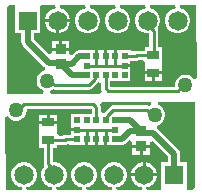
<source format=gbr>
G04*
G04 #@! TF.GenerationSoftware,Altium Limited,Altium Designer,25.8.1 (18)*
G04*
G04 Layer_Physical_Order=1*
G04 Layer_Color=255*
%FSLAX25Y25*%
%MOIN*%
G70*
G04*
G04 #@! TF.SameCoordinates,25F45E09-9C10-4E27-91D0-FF4D7BA81395*
G04*
G04*
G04 #@! TF.FilePolarity,Positive*
G04*
G01*
G75*
%ADD11C,0.01000*%
%ADD13R,0.03740X0.03740*%
%ADD14R,0.03937X0.03150*%
%ADD15R,0.01968X0.01968*%
%ADD22C,0.02000*%
%ADD23R,0.06496X0.06496*%
%ADD24C,0.06496*%
%ADD25C,0.05000*%
G36*
X164102Y138132D02*
X163105Y137858D01*
X163037Y137976D01*
X162385Y138628D01*
X161587Y139088D01*
X160697Y139327D01*
X159775D01*
X158885Y139088D01*
X158087Y138628D01*
X157436Y137976D01*
X156975Y137178D01*
X156736Y136288D01*
Y135388D01*
X135203D01*
Y137252D01*
X141957D01*
Y140402D01*
Y141886D01*
X139972D01*
Y142886D01*
X141957D01*
Y144006D01*
X144004D01*
X144589Y144123D01*
X144910Y144337D01*
X146158D01*
X146638Y143337D01*
Y142535D01*
X146638Y142291D01*
Y140461D01*
X149606D01*
X152575D01*
Y142291D01*
X152575Y142535D01*
Y143291D01*
X152575Y143535D01*
Y148441D01*
X151203D01*
Y153899D01*
X151086Y154484D01*
X150963Y154668D01*
X151073Y154778D01*
X151632Y155746D01*
X151921Y156827D01*
Y157945D01*
X151632Y159026D01*
X151073Y159994D01*
X150282Y160785D01*
X149313Y161344D01*
X148365Y161598D01*
X148496Y162598D01*
X156850D01*
X156982Y161598D01*
X156034Y161344D01*
X155065Y160785D01*
X154274Y159994D01*
X153715Y159026D01*
X153425Y157945D01*
Y156827D01*
X153715Y155746D01*
X154274Y154778D01*
X155065Y153987D01*
X156034Y153427D01*
X157114Y153138D01*
X158232D01*
X159313Y153427D01*
X160282Y153987D01*
X161073Y154778D01*
X161632Y155746D01*
X161921Y156827D01*
Y157945D01*
X161632Y159026D01*
X161073Y159994D01*
X160282Y160785D01*
X159313Y161344D01*
X158365Y161598D01*
X158496Y162598D01*
X163779D01*
X164102Y138132D01*
D02*
G37*
G36*
X146982Y161598D02*
X146034Y161344D01*
X145065Y160785D01*
X144274Y159994D01*
X143715Y159026D01*
X143425Y157945D01*
Y156827D01*
X143715Y155746D01*
X144274Y154778D01*
X145065Y153987D01*
X146034Y153427D01*
X147114Y153138D01*
X148144D01*
Y148441D01*
X146638D01*
Y147396D01*
X143673D01*
X143088Y147279D01*
X142957Y147191D01*
X141957Y147515D01*
Y147520D01*
X137323D01*
Y145535D01*
X136323D01*
Y147520D01*
X134173D01*
Y145535D01*
X133173D01*
Y147520D01*
X131024D01*
Y145535D01*
X130024D01*
Y147520D01*
X127650D01*
X127374Y147575D01*
X127098Y147520D01*
X125390D01*
Y147520D01*
X124890Y147451D01*
X124109Y147295D01*
X123448Y146853D01*
X122543Y145949D01*
X121543Y146363D01*
Y147346D01*
X118673D01*
X115803D01*
Y146554D01*
X114803Y146140D01*
X109712Y151231D01*
Y153138D01*
X111921D01*
Y161634D01*
X111921D01*
X112007Y162598D01*
X116850D01*
X116982Y161598D01*
X116033Y161344D01*
X115065Y160785D01*
X114274Y159994D01*
X113715Y159026D01*
X113425Y157945D01*
Y157886D01*
X117673D01*
X121921D01*
Y157945D01*
X121632Y159026D01*
X121072Y159994D01*
X120282Y160785D01*
X119313Y161344D01*
X118365Y161598D01*
X118496Y162598D01*
X126850D01*
X126982Y161598D01*
X126033Y161344D01*
X125065Y160785D01*
X124274Y159994D01*
X123715Y159026D01*
X123425Y157945D01*
Y156827D01*
X123715Y155746D01*
X124274Y154778D01*
X125065Y153987D01*
X126033Y153427D01*
X127114Y153138D01*
X128233D01*
X129313Y153427D01*
X130282Y153987D01*
X131072Y154778D01*
X131632Y155746D01*
X131921Y156827D01*
Y157945D01*
X131632Y159026D01*
X131072Y159994D01*
X130282Y160785D01*
X129313Y161344D01*
X128365Y161598D01*
X128496Y162598D01*
X136850D01*
X136982Y161598D01*
X136033Y161344D01*
X135065Y160785D01*
X134274Y159994D01*
X133715Y159026D01*
X133425Y157945D01*
Y156827D01*
X133715Y155746D01*
X134274Y154778D01*
X135065Y153987D01*
X136033Y153427D01*
X137114Y153138D01*
X138233D01*
X139313Y153427D01*
X140282Y153987D01*
X141072Y154778D01*
X141632Y155746D01*
X141921Y156827D01*
Y157945D01*
X141632Y159026D01*
X141072Y159994D01*
X140282Y160785D01*
X139313Y161344D01*
X138365Y161598D01*
X138496Y162598D01*
X146850D01*
X146982Y161598D01*
D02*
G37*
G36*
X132144Y136461D02*
Y134750D01*
X132260Y134165D01*
X132323Y134071D01*
X131823Y133071D01*
X115398D01*
X115270Y134035D01*
X115428Y134114D01*
X115524Y134140D01*
X115820Y134311D01*
X116110Y134456D01*
X116174Y134414D01*
X116759Y134297D01*
X128054D01*
X128640Y134414D01*
X129136Y134745D01*
X131121Y136730D01*
X131144Y136765D01*
X132144Y136461D01*
D02*
G37*
G36*
X103425Y161634D02*
X103425D01*
Y153138D01*
X105634D01*
Y150386D01*
X105789Y149606D01*
X106231Y148944D01*
X113231Y141944D01*
X113231Y141944D01*
X113377Y141847D01*
X113337Y141060D01*
X113198Y140764D01*
X112822Y140663D01*
X112024Y140202D01*
X111372Y139551D01*
X110912Y138752D01*
X110673Y137862D01*
Y136941D01*
X110912Y136051D01*
X111372Y135252D01*
X112024Y134601D01*
X112822Y134140D01*
X113081Y134071D01*
X112949Y133071D01*
X100787D01*
Y161811D01*
X101575Y162598D01*
X103340D01*
X103425Y161634D01*
D02*
G37*
G36*
X148903Y129351D02*
X148745Y129271D01*
X148649Y129246D01*
X148354Y129075D01*
X148063Y128929D01*
X148000Y128972D01*
X147414Y129088D01*
X136119D01*
X135534Y128972D01*
X135037Y128640D01*
X133052Y126655D01*
X133029Y126621D01*
X132029Y126924D01*
Y128636D01*
X131913Y129221D01*
X131850Y129315D01*
X132350Y130315D01*
X148776D01*
X148903Y129351D01*
D02*
G37*
G36*
X128971Y126134D02*
X122216D01*
Y122165D01*
Y121500D01*
X124201D01*
Y120500D01*
X122216D01*
Y119380D01*
X120169D01*
X119584Y119263D01*
X119263Y119049D01*
X118015D01*
X117535Y120049D01*
Y120850D01*
X117535Y121095D01*
Y122925D01*
X111598D01*
Y121095D01*
X111598Y120850D01*
Y120095D01*
X111598Y119850D01*
Y114945D01*
X112971D01*
Y109487D01*
X113087Y108902D01*
X113210Y108718D01*
X113101Y108608D01*
X112541Y107640D01*
X112252Y106559D01*
Y105441D01*
X112541Y104360D01*
X113101Y103392D01*
X113892Y102601D01*
X114860Y102041D01*
X115808Y101787D01*
X115677Y100787D01*
X107323D01*
X107192Y101787D01*
X108140Y102041D01*
X109108Y102601D01*
X109899Y103392D01*
X110459Y104360D01*
X110748Y105441D01*
Y106559D01*
X110459Y107640D01*
X109899Y108608D01*
X109108Y109399D01*
X108140Y109959D01*
X107059Y110248D01*
X105941D01*
X104860Y109959D01*
X103892Y109399D01*
X103101Y108608D01*
X102541Y107640D01*
X102252Y106559D01*
Y105441D01*
X102541Y104360D01*
X103101Y103392D01*
X103892Y102601D01*
X104860Y102041D01*
X105808Y101787D01*
X105677Y100787D01*
X100394D01*
X100072Y125254D01*
X101068Y125528D01*
X101136Y125410D01*
X101788Y124758D01*
X102586Y124298D01*
X103476Y124059D01*
X104398D01*
X105288Y124298D01*
X106086Y124758D01*
X106738Y125410D01*
X107199Y126208D01*
X107437Y127098D01*
Y127998D01*
X128971D01*
Y126134D01*
D02*
G37*
G36*
X134150Y115866D02*
X136523D01*
X136799Y115811D01*
X137075Y115866D01*
X138784D01*
Y115935D01*
X139284D01*
X140064Y116091D01*
X140725Y116533D01*
X141630Y117437D01*
X142630Y117023D01*
Y116039D01*
X148370D01*
Y116832D01*
X149370Y117246D01*
X154461Y112155D01*
Y110248D01*
X152252D01*
Y101752D01*
X152252D01*
X152166Y100787D01*
X147323D01*
X147192Y101787D01*
X148140Y102041D01*
X149108Y102601D01*
X149899Y103392D01*
X150459Y104360D01*
X150748Y105441D01*
Y105500D01*
X142252D01*
Y105441D01*
X142542Y104360D01*
X143101Y103392D01*
X143892Y102601D01*
X144860Y102041D01*
X145808Y101787D01*
X145677Y100787D01*
X137323D01*
X137191Y101787D01*
X138140Y102041D01*
X139108Y102601D01*
X139899Y103392D01*
X140459Y104360D01*
X140748Y105441D01*
Y106559D01*
X140459Y107640D01*
X139899Y108608D01*
X139108Y109399D01*
X138140Y109959D01*
X137059Y110248D01*
X135941D01*
X134860Y109959D01*
X133892Y109399D01*
X133101Y108608D01*
X132542Y107640D01*
X132252Y106559D01*
Y105441D01*
X132542Y104360D01*
X133101Y103392D01*
X133892Y102601D01*
X134860Y102041D01*
X135809Y101787D01*
X135677Y100787D01*
X127323D01*
X127191Y101787D01*
X128140Y102041D01*
X129108Y102601D01*
X129899Y103392D01*
X130458Y104360D01*
X130748Y105441D01*
Y106559D01*
X130458Y107640D01*
X129899Y108608D01*
X129108Y109399D01*
X128140Y109959D01*
X127059Y110248D01*
X125941D01*
X124860Y109959D01*
X123892Y109399D01*
X123101Y108608D01*
X122541Y107640D01*
X122252Y106559D01*
Y105441D01*
X122541Y104360D01*
X123101Y103392D01*
X123892Y102601D01*
X124860Y102041D01*
X125809Y101787D01*
X125677Y100787D01*
X117323D01*
X117192Y101787D01*
X118140Y102041D01*
X119108Y102601D01*
X119899Y103392D01*
X120458Y104360D01*
X120748Y105441D01*
Y106559D01*
X120458Y107640D01*
X119899Y108608D01*
X119108Y109399D01*
X118140Y109959D01*
X117059Y110248D01*
X116029D01*
Y114945D01*
X117535D01*
Y115990D01*
X120500D01*
X121085Y116107D01*
X121216Y116194D01*
X122216Y115871D01*
Y115866D01*
X126850D01*
Y117850D01*
X127850D01*
Y115866D01*
X130000D01*
Y117850D01*
X131000D01*
Y115866D01*
X133150D01*
Y117850D01*
X134150D01*
Y115866D01*
D02*
G37*
G36*
X163386Y101575D02*
X162598Y100787D01*
X160834D01*
X160748Y101752D01*
X160748D01*
Y110248D01*
X158539D01*
Y113000D01*
X158384Y113780D01*
X157942Y114442D01*
X157942Y114442D01*
X150942Y121442D01*
X150797Y121539D01*
X150976Y122622D01*
X151351Y122723D01*
X152149Y123184D01*
X152801Y123835D01*
X153261Y124633D01*
X153500Y125523D01*
Y126445D01*
X153261Y127335D01*
X152801Y128133D01*
X152149Y128785D01*
X151351Y129246D01*
X151093Y129315D01*
X151224Y130315D01*
X163386D01*
Y101575D01*
D02*
G37*
%LPC*%
G36*
X152575Y139461D02*
X150106D01*
Y137386D01*
X152575D01*
Y139461D01*
D02*
G37*
G36*
X149106D02*
X146638D01*
Y137386D01*
X149106D01*
Y139461D01*
D02*
G37*
G36*
X121921Y156886D02*
X118173D01*
Y153138D01*
X118233D01*
X119313Y153427D01*
X120282Y153987D01*
X121072Y154778D01*
X121632Y155746D01*
X121921Y156827D01*
Y156886D01*
D02*
G37*
G36*
X117173D02*
X113425D01*
Y156827D01*
X113715Y155746D01*
X114274Y154778D01*
X115065Y153987D01*
X116033Y153427D01*
X117114Y153138D01*
X117173D01*
Y156886D01*
D02*
G37*
G36*
X121543Y150716D02*
X119173D01*
Y148346D01*
X121543D01*
Y150716D01*
D02*
G37*
G36*
X118173D02*
X115803D01*
Y148346D01*
X118173D01*
Y150716D01*
D02*
G37*
G36*
X117535Y126000D02*
X115067D01*
Y123925D01*
X117535D01*
Y126000D01*
D02*
G37*
G36*
X114067D02*
X111598D01*
Y123925D01*
X114067D01*
Y126000D01*
D02*
G37*
G36*
X148370Y115039D02*
X146000D01*
Y112669D01*
X148370D01*
Y115039D01*
D02*
G37*
G36*
X145000D02*
X142630D01*
Y112669D01*
X145000D01*
Y115039D01*
D02*
G37*
G36*
X147059Y110248D02*
X147000D01*
Y106500D01*
X150748D01*
Y106559D01*
X150459Y107640D01*
X149899Y108608D01*
X149108Y109399D01*
X148140Y109959D01*
X147059Y110248D01*
D02*
G37*
G36*
X146000D02*
X145941D01*
X144860Y109959D01*
X143892Y109399D01*
X143101Y108608D01*
X142542Y107640D01*
X142252Y106559D01*
Y106500D01*
X146000D01*
Y110248D01*
D02*
G37*
%LPD*%
D11*
X130524Y142386D02*
X133673D01*
X136823D02*
X139972D01*
X133673D02*
X136823D01*
X127374D02*
X130524D01*
X136823D02*
Y145535D01*
X136823Y145535D01*
X133673Y142386D02*
Y145535D01*
X130524Y142386D02*
Y145535D01*
X133673Y134750D02*
X134565Y133858D01*
X157650D02*
X159619Y135827D01*
X160236D01*
X134565Y133858D02*
X157650D01*
X133673Y134750D02*
Y139236D01*
X143673Y145866D02*
X149606D01*
X149673Y145933D01*
Y153899D01*
X143673Y145866D02*
X144004Y145535D01*
X139972D02*
X144004D01*
X147673Y155899D02*
Y157386D01*
Y155899D02*
X149673Y153899D01*
X128054Y135827D02*
X130039Y137812D01*
X115184Y137402D02*
X116759Y135827D01*
X114173Y137402D02*
X115184D01*
X116759Y135827D02*
X128054D01*
X130039Y137812D02*
Y138752D01*
X130524Y139236D01*
X133650Y124150D02*
X134134Y124634D01*
Y125574D01*
X136119Y127559D02*
X147414D01*
X148989Y125984D02*
X150000D01*
X147414Y127559D02*
X148989Y125984D01*
X134134Y125574D02*
X136119Y127559D01*
X114500Y109487D02*
X116500Y107487D01*
Y106000D02*
Y107487D01*
X120169Y117850D02*
X124201D01*
X120169D02*
X120500Y117520D01*
X114500Y109487D02*
Y117453D01*
X114567Y117520D01*
X120500D01*
X130500Y124150D02*
Y128636D01*
X106523Y129528D02*
X129609D01*
X103937Y127559D02*
X104554D01*
X106523Y129528D01*
X129609D02*
X130500Y128636D01*
X133650Y117850D02*
Y121000D01*
X130500Y117850D02*
Y121000D01*
X127350Y117850D02*
X127350Y117850D01*
Y121000D01*
X133650D02*
X136799D01*
X127350D02*
X130500D01*
X124201D02*
X127350D01*
X130500D02*
X133650D01*
D13*
X118673Y147846D02*
D03*
Y142925D02*
D03*
X145500Y120461D02*
D03*
Y115539D02*
D03*
D14*
X149606Y139961D02*
D03*
Y145866D02*
D03*
X114567Y117520D02*
D03*
Y123425D02*
D03*
D15*
X127374Y145535D02*
D03*
X130524D02*
D03*
X133673D02*
D03*
X136823D02*
D03*
X139972D02*
D03*
Y142386D02*
D03*
Y139236D02*
D03*
X136823D02*
D03*
X133673D02*
D03*
X130524D02*
D03*
X127374D02*
D03*
Y142386D02*
D03*
X133650Y124150D02*
D03*
X124201Y117850D02*
D03*
X130500Y124150D02*
D03*
X136799Y121000D02*
D03*
Y124150D02*
D03*
X127350D02*
D03*
X124201D02*
D03*
Y121000D02*
D03*
X127350Y117850D02*
D03*
X130500D02*
D03*
X133650D02*
D03*
X136799D02*
D03*
D22*
X141811Y124150D02*
X145500Y120461D01*
X141770D02*
X145500D01*
X139284Y117974D02*
X141770Y120461D01*
X145961Y120000D02*
X149500D01*
X145500Y120461D02*
X145961Y120000D01*
X149500D02*
X156500Y113000D01*
X136799Y124150D02*
X141811D01*
X122362Y139236D02*
X127374D01*
X118673Y142925D02*
X122404D01*
X118673D02*
X122362Y139236D01*
X114673Y143386D02*
X118213D01*
X118673Y142925D01*
X124890Y145411D02*
X127250D01*
X122404Y142925D02*
X124890Y145411D01*
X127250D02*
X127374Y145535D01*
X107673Y150386D02*
X114673Y143386D01*
X107673Y150386D02*
Y157386D01*
X156500Y106000D02*
Y113000D01*
X136799Y117850D02*
X136923Y117974D01*
X139284D01*
D23*
X107673Y157386D02*
D03*
X156500Y106000D02*
D03*
D24*
X117673Y157386D02*
D03*
X127673D02*
D03*
X137673D02*
D03*
X147673D02*
D03*
X157673D02*
D03*
X106500Y106000D02*
D03*
X116500D02*
D03*
X126500D02*
D03*
X136500D02*
D03*
X146500D02*
D03*
D25*
X160236Y135827D02*
D03*
X114173Y137402D02*
D03*
X150000Y125984D02*
D03*
X103937Y127559D02*
D03*
M02*

</source>
